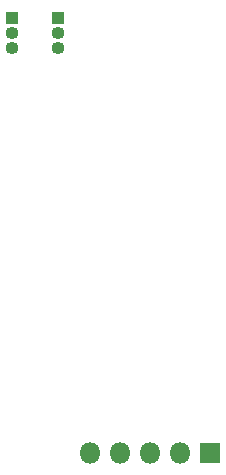
<source format=gbr>
%TF.GenerationSoftware,KiCad,Pcbnew,(5.1.6)-1*%
%TF.CreationDate,2021-06-22T07:47:15-05:00*%
%TF.ProjectId,Sapphire_AnalogMic,53617070-6869-4726-955f-416e616c6f67,rev?*%
%TF.SameCoordinates,Original*%
%TF.FileFunction,Soldermask,Bot*%
%TF.FilePolarity,Negative*%
%FSLAX46Y46*%
G04 Gerber Fmt 4.6, Leading zero omitted, Abs format (unit mm)*
G04 Created by KiCad (PCBNEW (5.1.6)-1) date 2021-06-22 07:47:15*
%MOMM*%
%LPD*%
G01*
G04 APERTURE LIST*
%ADD10O,1.100000X1.100000*%
%ADD11R,1.100000X1.100000*%
%ADD12O,1.800000X1.800000*%
%ADD13R,1.800000X1.800000*%
G04 APERTURE END LIST*
D10*
%TO.C,J103*%
X110871000Y-97790000D03*
X110871000Y-96520000D03*
D11*
X110871000Y-95250000D03*
%TD*%
D10*
%TO.C,J102*%
X114808000Y-97790000D03*
X114808000Y-96520000D03*
D11*
X114808000Y-95250000D03*
%TD*%
D12*
%TO.C,J101*%
X117475000Y-132080000D03*
X120015000Y-132080000D03*
X122555000Y-132080000D03*
X125095000Y-132080000D03*
D13*
X127635000Y-132080000D03*
%TD*%
M02*

</source>
